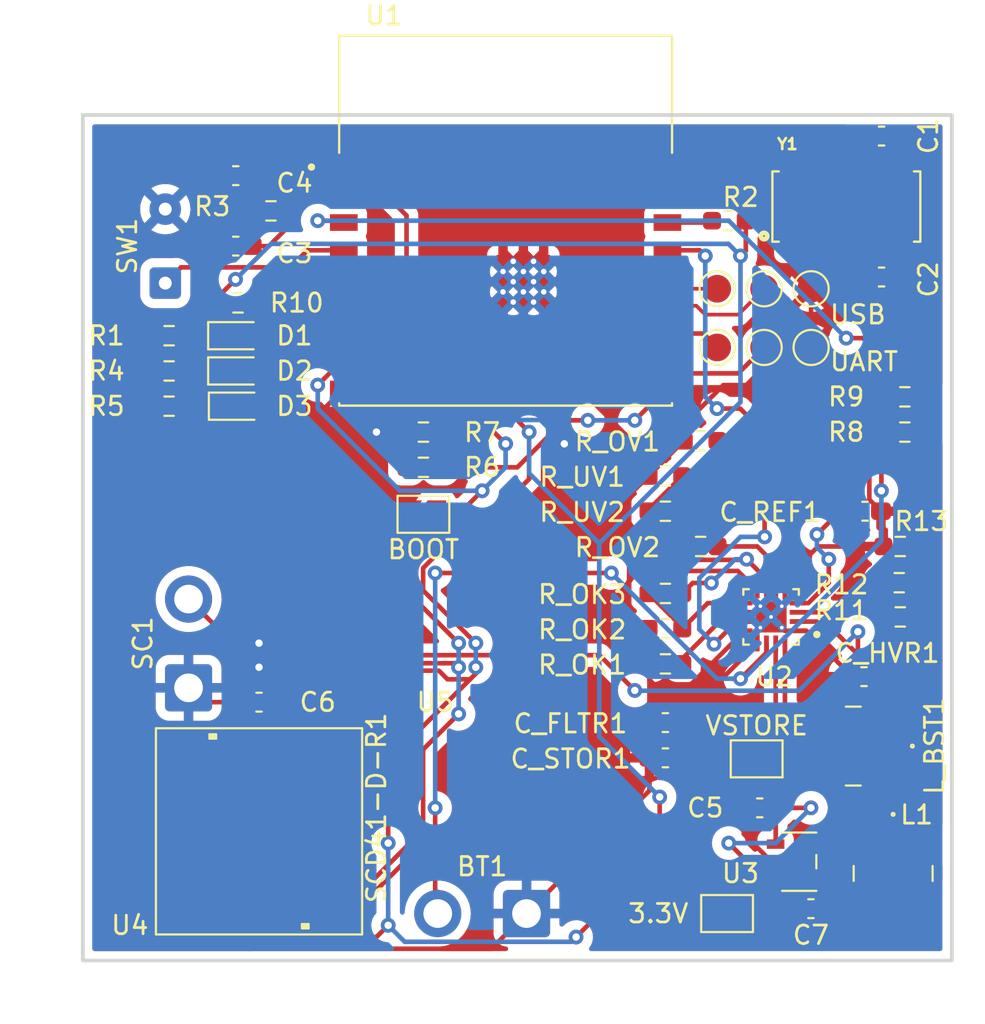
<source format=kicad_pcb>
(kicad_pcb (version 20211014) (generator pcbnew)

  (general
    (thickness 1.6)
  )

  (paper "A4")
  (layers
    (0 "F.Cu" signal)
    (31 "B.Cu" signal)
    (32 "B.Adhes" user "B.Adhesive")
    (33 "F.Adhes" user "F.Adhesive")
    (34 "B.Paste" user)
    (35 "F.Paste" user)
    (36 "B.SilkS" user "B.Silkscreen")
    (37 "F.SilkS" user "F.Silkscreen")
    (38 "B.Mask" user)
    (39 "F.Mask" user)
    (40 "Dwgs.User" user "User.Drawings")
    (41 "Cmts.User" user "User.Comments")
    (42 "Eco1.User" user "User.Eco1")
    (43 "Eco2.User" user "User.Eco2")
    (44 "Edge.Cuts" user)
    (45 "Margin" user)
    (46 "B.CrtYd" user "B.Courtyard")
    (47 "F.CrtYd" user "F.Courtyard")
    (48 "B.Fab" user)
    (49 "F.Fab" user)
    (50 "User.1" user)
    (51 "User.2" user)
    (52 "User.3" user)
    (53 "User.4" user)
    (54 "User.5" user)
    (55 "User.6" user)
    (56 "User.7" user)
    (57 "User.8" user)
    (58 "User.9" user)
  )

  (setup
    (stackup
      (layer "F.SilkS" (type "Top Silk Screen"))
      (layer "F.Paste" (type "Top Solder Paste"))
      (layer "F.Mask" (type "Top Solder Mask") (thickness 0.01))
      (layer "F.Cu" (type "copper") (thickness 0.035))
      (layer "dielectric 1" (type "core") (thickness 1.51) (material "FR4") (epsilon_r 4.5) (loss_tangent 0.02))
      (layer "B.Cu" (type "copper") (thickness 0.035))
      (layer "B.Mask" (type "Bottom Solder Mask") (thickness 0.01))
      (layer "B.Paste" (type "Bottom Solder Paste"))
      (layer "B.SilkS" (type "Bottom Silk Screen"))
      (copper_finish "None")
      (dielectric_constraints no)
    )
    (pad_to_mask_clearance 0)
    (pcbplotparams
      (layerselection 0x00010fc_ffffffff)
      (disableapertmacros false)
      (usegerberextensions false)
      (usegerberattributes true)
      (usegerberadvancedattributes true)
      (creategerberjobfile true)
      (svguseinch false)
      (svgprecision 6)
      (excludeedgelayer true)
      (plotframeref false)
      (viasonmask false)
      (mode 1)
      (useauxorigin false)
      (hpglpennumber 1)
      (hpglpenspeed 20)
      (hpglpendiameter 15.000000)
      (dxfpolygonmode true)
      (dxfimperialunits true)
      (dxfusepcbnewfont true)
      (psnegative false)
      (psa4output false)
      (plotreference true)
      (plotvalue true)
      (plotinvisibletext false)
      (sketchpadsonfab false)
      (subtractmaskfromsilk false)
      (outputformat 1)
      (mirror false)
      (drillshape 1)
      (scaleselection 1)
      (outputdirectory "")
    )
  )

  (net 0 "")
  (net 1 "VBAT")
  (net 2 "Net-(C1-Pad2)")
  (net 3 "Net-(C2-Pad2)")
  (net 4 "Net-(C3-Pad1)")
  (net 5 "Net-(C_REF1-Pad2)")
  (net 6 "Net-(D1-Pad1)")
  (net 7 "Net-(D1-Pad2)")
  (net 8 "Net-(D2-Pad1)")
  (net 9 "Net-(D2-Pad2)")
  (net 10 "Net-(D3-Pad1)")
  (net 11 "Net-(D3-Pad2)")
  (net 12 "Net-(J1-Pad2)")
  (net 13 "Net-(J1-Pad3)")
  (net 14 "D+")
  (net 15 "D-")
  (net 16 "SCL")
  (net 17 "Net-(R2-Pad2)")
  (net 18 "SDA")
  (net 19 "BATTMS")
  (net 20 "UINPUT")
  (net 21 "Net-(U2-Pad3)")
  (net 22 "Net-(R12-Pad2)")
  (net 23 "Net-(R_OK1-Pad1)")
  (net 24 "Net-(R_OK2-Pad1)")
  (net 25 "Net-(R_OK3-Pad1)")
  (net 26 "Net-(R_OV1-Pad1)")
  (net 27 "Net-(R_UV1-Pad1)")
  (net 28 "VBAT_OK")
  (net 29 "unconnected-(U4-Pad1)")
  (net 30 "unconnected-(U4-Pad2)")
  (net 31 "unconnected-(U4-Pad3)")
  (net 32 "unconnected-(U4-Pad4)")
  (net 33 "unconnected-(U4-Pad5)")
  (net 34 "unconnected-(U4-Pad8)")
  (net 35 "unconnected-(U4-Pad11)")
  (net 36 "unconnected-(U4-Pad12)")
  (net 37 "unconnected-(U4-Pad13)")
  (net 38 "unconnected-(U4-Pad14)")
  (net 39 "unconnected-(U4-Pad15)")
  (net 40 "unconnected-(U4-Pad16)")
  (net 41 "unconnected-(U4-Pad17)")
  (net 42 "unconnected-(U4-Pad18)")
  (net 43 "GND")
  (net 44 "+3V3")
  (net 45 "VSTORE")
  (net 46 "Net-(C_HVR1-Pad1)")
  (net 47 "Net-(L1-Pad1)")
  (net 48 "Net-(L_BST1-Pad2)")
  (net 49 "Net-(C7-Pad1)")
  (net 50 "Net-(C_FLTR1-Pad1)")

  (footprint "MYLIB:MCP1603T" (layer "F.Cu") (at 147.955 116.5761))

  (footprint "Resistor_SMD:R_0603_1608Metric_Pad0.98x0.95mm_HandSolder" (layer "F.Cu") (at 153.42 99.53 180))

  (footprint "Resistor_SMD:R_0603_1608Metric_Pad0.98x0.95mm_HandSolder" (layer "F.Cu") (at 140.72 103.975 180))

  (footprint "Resistor_SMD:R_0603_1608Metric_Pad0.98x0.95mm_HandSolder" (layer "F.Cu") (at 127.635 93.345 180))

  (footprint "Resistor_SMD:R_0603_1608Metric_Pad0.98x0.95mm_HandSolder" (layer "F.Cu") (at 142.625 99.53 180))

  (footprint "MYLIB:744031220" (layer "F.Cu") (at 153.035 117.2111 -90))

  (footprint "MYLIB:744031220" (layer "F.Cu") (at 150.88 110.325 180))

  (footprint "MYLIB:MMC5603NJ" (layer "F.Cu") (at 128.27 106.045))

  (footprint "Resistor_SMD:R_0603_1608Metric_Pad0.98x0.95mm_HandSolder" (layer "F.Cu") (at 153.67 91.44))

  (footprint "Resistor_SMD:R_0603_1608Metric_Pad0.98x0.95mm_HandSolder" (layer "F.Cu") (at 144.155 81.915 180))

  (footprint "Connector_Wire:SolderWire-0.15sqmm_1x02_P4mm_D0.5mm_OD1.5mm" (layer "F.Cu") (at 113.675 85.29 90))

  (footprint "Resistor_SMD:R_0603_1608Metric_Pad0.98x0.95mm_HandSolder" (layer "F.Cu") (at 113.8825 91.945 180))

  (footprint "Resistor_SMD:R_0603_1608Metric_Pad0.98x0.95mm_HandSolder" (layer "F.Cu") (at 127.635 95.25 180))

  (footprint "Connector_Wire:SolderWire-0.75sqmm_1x02_P4.8mm_D1.25mm_OD2.3mm" (layer "F.Cu") (at 133.21 119.38 180))

  (footprint "Capacitor_SMD:C_0603_1608Metric_Pad1.08x0.95mm_HandSolder" (layer "F.Cu") (at 140.72 110.96 180))

  (footprint "MYLIB:TestPoint_Pad_3x1_D1.5mm" (layer "F.Cu") (at 143.52 85.595))

  (footprint "MYLIB:QFN50P300X300X100-17N" (layer "F.Cu") (at 146.435 103.34 180))

  (footprint "Resistor_SMD:R_0603_1608Metric_Pad0.98x0.95mm_HandSolder" (layer "F.Cu") (at 113.8825 90.04 180))

  (footprint "Resistor_SMD:R_0603_1608Metric_Pad0.98x0.95mm_HandSolder" (layer "F.Cu") (at 113.8825 88.135 180))

  (footprint "Resistor_SMD:R_0603_1608Metric_Pad0.98x0.95mm_HandSolder" (layer "F.Cu") (at 153.365 101.49))

  (footprint "Resistor_SMD:R_0603_1608Metric_Pad0.98x0.95mm_HandSolder" (layer "F.Cu") (at 153.42 103.34 180))

  (footprint "Capacitor_SMD:C_0603_1608Metric_Pad1.08x0.95mm_HandSolder" (layer "F.Cu") (at 140.72 109.055 180))

  (footprint "Resistor_SMD:R_0603_1608Metric_Pad0.98x0.95mm_HandSolder" (layer "F.Cu") (at 117.61 86.36))

  (footprint "MYLIB:TestPoint_Pad_3x1_D1.5mm" (layer "F.Cu") (at 148.6 88.77 180))

  (footprint "LED_SMD:LED_0603_1608Metric_Pad1.05x0.95mm_HandSolder" (layer "F.Cu") (at 117.655 90.04))

  (footprint "MYLIB:SCD41-D-R1" (layer "F.Cu") (at 118.745 114.935))

  (footprint "Capacitor_SMD:C_0603_1608Metric_Pad1.08x0.95mm_HandSolder" (layer "F.Cu") (at 148.59 119.1161 180))

  (footprint "Resistor_SMD:R_0603_1608Metric_Pad0.98x0.95mm_HandSolder" (layer "F.Cu") (at 153.67 93.345 180))

  (footprint "Jumper:SolderJumper-2_P1.3mm_Open_TrianglePad1.0x1.5mm" (layer "F.Cu") (at 144.055 119.38 180))

  (footprint "Capacitor_SMD:C_0603_1608Metric_Pad1.08x0.95mm_HandSolder" (layer "F.Cu") (at 118.745 107.95 180))

  (footprint "Resistor_SMD:R_0603_1608Metric_Pad0.98x0.95mm_HandSolder" (layer "F.Cu") (at 140.72 97.625 180))

  (footprint "Resistor_SMD:R_0603_1608Metric_Pad0.98x0.95mm_HandSolder" (layer "F.Cu") (at 140.72 95.72 180))

  (footprint "Capacitor_SMD:C_0603_1608Metric_Pad1.08x0.95mm_HandSolder" (layer "F.Cu") (at 151.46 106.57 180))

  (footprint "Capacitor_SMD:C_0603_1608Metric_Pad1.08x0.95mm_HandSolder" (layer "F.Cu") (at 151.515 97.625 180))

  (footprint "Jumper:SolderJumper-2_P1.3mm_Open_TrianglePad1.0x1.5mm" (layer "F.Cu") (at 145.655 111.015))

  (footprint "Connector_Wire:SolderWire-0.75sqmm_1x02_P4.8mm_D1.25mm_OD2.3mm" (layer "F.Cu") (at 114.935 107.175 90))

  (footprint "LED_SMD:LED_0603_1608Metric_Pad1.05x0.95mm_HandSolder" (layer "F.Cu") (at 117.655 88.135))

  (footprint "Resistor_SMD:R_0603_1608Metric_Pad0.98x0.95mm_HandSolder" (layer "F.Cu") (at 142.625 93.815 180))

  (footprint "Resistor_SMD:R_0603_1608Metric_Pad0.98x0.95mm_HandSolder" (layer "F.Cu") (at 140.72 105.88 180))

  (footprint "Resistor_SMD:R_0603_1608Metric_Pad0.98x0.95mm_HandSolder" (layer "F.Cu") (at 119.39 81.385 180))

  (footprint "LED_SMD:LED_0603_1608Metric_Pad1.05x0.95mm_HandSolder" (layer "F.Cu") (at 117.6925 91.945))

  (footprint "Capacitor_SMD:C_0603_1608Metric_Pad1.08x0.95mm_HandSolder" (layer "F.Cu") (at 145.8225 113.665 180))

  (footprint "Capacitor_SMD:C_0603_1608Metric_Pad1.08x0.95mm_HandSolder" (layer "F.Cu") (at 152.41 77.34 180))

  (footprint "Capacitor_SMD:C_0603_1608Metric_Pad1.08x0.95mm_HandSolder" (layer "F.Cu") (at 117.485 83.29 180))

  (footprint "MYLIB:XTAL_ECS-.327-6-17X" (layer "F.Cu") (at 150.505 81.15))

  (footprint "MYLIB:MODULE_ESP32-C3-WROOM-02-H4" (layer "F.Cu")
    (tedit 622F55A8) (tstamp f3085058-b6dd-4a7e-aa4b-3da92c79f9b1)
    (at 132.08 81.915)
    (property "MANUFACTURER" "Espressif")
    (property "MAXIMUM_PACKAGE_HEIGHT" "3.35 mm")
    (property "PARTREV" "V1.0")
    (property "STANDARD" "Manufacturer Recommendations")
    (property "Sheetfile" "CO2_sense_v2.kicad_sch")
    (property "Sheetname" "")
    (path "/dc25b13e-9caf-408a-97e7-23b6bc53d938")
    (attr through_hole)
    (fp_text reference "U1" (at -6.575 -11.085) (layer "F.SilkS")
      (effects (font (size 1 1) (thickness 0.15)))
      (tstamp be54a8f6-9e41-432c-b33b-ccdb51154f65)
    )
    (fp_text value "ESP32-C3-WROOM-02-H4" (at 7.395 11.085) (layer "F.Fab")
      (effects (font (size 1 1) (thickness 0.15)))
      (tstamp 7f250cef-03cf-4eb4-ba3f-ca242bf4429e)
    )
    (fp_line (start -9 10) (end 9 10) (layer "F.SilkS") (width 0.127) (tstamp 5bce6970-9efe-46a8-8e4a-2557e9dc2875))
    (fp_line (start 9 -10) (end -9 -10) (layer "F.SilkS") (width 0.127) (tstamp 64802255-ceef-4a9c-a9cf-f435fd3983c0))
    (fp_line (start 9 -3.67) (end 9 -10) (layer "F.SilkS") (width 0.127) (tstamp cdacaa47-cba3-406e-8dd8-b413d820082a))
    (fp_line (start -9 -10) (end -9 -3.67) (layer "F.SilkS") (width 0.127) (tstamp d072f51a-157e-45a9-b62f-d1cdffae935f))
    (fp_line (start 9 10) (end 9 9.87) (layer "F.SilkS") (width 0.127) (tstamp f88ce159-77cb-477a-91c1-1c0ae0bb1a56))
    (fp_line (start -9 10) (end -9 9.87) (layer "F.SilkS") (width 0.127) (tstamp fea3e718-58d4-4f5f-9d87-f624175f32a9))
    (fp_circle (center -10.5 -2.9) (end -10.4 -2.9) (layer "F.SilkS") (width 0.2) (fill none) (tstamp 832a85da-e809-4c58-901c-eb0bf64b0759))
    (fp_poly (pts
        (xy -9 -10)
        (xy 9 -10)
        (xy 9 -4)
        (xy -9 -4)
      ) (layer "Dwgs.User") (width 0.01) (fill solid) (tstamp 5a0790fd-2d71-4754-9b0b-49281901a66b))
    (fp_poly (pts
        (xy -9 -10)
        (xy 9 -10)
        (xy 9 -4)
        (xy -9 -4)
      ) (layer "Dwgs.User") (width 0.01) (fill solid) (tstamp a8ad52a4-a42b-42fe-be64-bc907de1e354))
    (fp_poly (pts
        (xy -9 -10)
        (xy 9 -10)
        (xy 9 -4)
        (xy -9 -4)
      ) (layer "Dwgs.User") (width 0.01) (fill solid) (tstamp dcfa7301-7efe-4e67-96f5-692174e9d3d4))
    (fp_line (start 9.75 10.25) (end 9.75 -10.25) (layer "F.CrtYd") (width 0.05) (tstamp 0a24c4b0-7261-4e18-b86c-575125ed03b7))
    (fp_line (start -9.75 -10.25) (end -9.75 10.25) (layer "F.CrtYd") (width 0.05) (tstamp 49697ea6-d65c-4f9c-97e7-c76acb340fa9))
    (fp_line (start 9.75 -10.25) (end -9.75 -10.25) (layer "F.CrtYd") (width 0.05) (tstamp 7788427f-7462-40fc-ab42-92988a7da514))
    (fp_line (start -9.75 10.25) (end 9.75 10.25) (layer "F.CrtYd") (width 0.05) (tstamp 910f89f7-fa18-4134-a68d-9cadad145a86))
    (fp_line (start 9 -4) (end -9 -4) (layer "F.Fab") (width 0.127) (tstamp 14817cdd-f167-4a9b-8fa6-5665d1b3e19f))
    (fp_line (start -9 -4) (end -9 10) (layer "F.Fab") (width 0.127) (tstamp 1ba175ea-5929-4305-a9ad-e3bcbd97cd6f))
    (fp_line (start 9 10) (end 9 -4) (layer "F.Fab") (width 0.127) (tstamp 2c7d7e40-5965-48ad-97ed-e27c8eb47dd0))
    (fp_line (start -9 10) (end 9 10) (layer "F.Fab") (width 0.127) (tstamp 52144798-3442-41f3-95a2-dcd59cd11c71))
    (fp_line (start 9 -4) (end 9 -10) (layer "F.Fab") (width 0.127) (tstamp d9363280-51bf-461b-82f5-d81df7c41ba0))
    (fp_line (start 9 -10) (end -9 -10) (layer "F.Fab") (width 0.127) (tstamp daff46ba-6b6c-469f-b805-6fb466c9cf73))
    (fp_line (start -9 -10) (end -9 -4) (layer "F.Fab") (width 0.127) (tstamp fcc3262c-46c8-4730-a24a-d82facbcdebf))
    (fp_circle (center -10.5 -2.9) (end -10.4 -2.9) (layer "F.Fab") (width 0.2) (fill none) (tstamp be63f7f9-4fa0-4f24-89f4-fae7ffa46210))
    (pad "1" smd rect (at -8.75 -2.9) (size 1.5 0.9) (layers "F.Cu" "F.Paste" "F.Mask")
      (net 44 "+3V3") (pinfunction "3V3") (pintype "power_in") (tstamp 85423cb6-6660-471b-ba26-c39b9d7942fd))
    (pad "2" smd rect (at -8.75 -1.4) (size 1.5 0.9) (layers "F.Cu" "F.Paste" "F.Mask")
      (net 4 "Net-(C3-Pad1)") (pinfunction "EN") (pintype "input") (tstamp 201e6327-c10f-4fd9-8696-5d4a836632a3))
    (pad "3" smd rect (at -8.75 0.1) (size 1.5 0.9) (layers "F.Cu" "F.Paste" "F.Mask")
      (net 19 "BATTMS") (pinfunction "IO4") (pintype "bidirectional") (tstamp 02377809-8b7a-4362-820e-a3b00da0fb39))
    (pad "4" smd rect (at -8.75 1.6) (size 1.5 0.9) (layers "F.Cu" "F.Paste" "F.Mask")
      (net 20 "UINPUT") (pinfunction "IO5") (pintype "bidirectional") (tstamp eeacf3f2-6dde-453d-9cf4-9e2aff2c302b))
    (pad "5" smd rect (at -8.75 3.1) (size 1.5 0.9) (layers "F.Cu" "F.Paste" "F.Mask")
      (net 7 "Net-(D1-Pad2)") (pinfunction "IO6") (pintype "bidirectional") (tstamp e2cfa0d5-59d1-4224-b8ab-c7a875d68515))
    (pad "6" smd rect (at -8.75 4.6) (size 1.5 0.9) (layers "F.Cu" "F.Paste" "F.Mask")
      (net 9 "Net-(D2-Pad2)") (pinfunction "IO7") (pintype "bidirectional") (tstamp f1bbbd89-b554-4d48-9dcf-391af3ce4f01))
    (pad "7" smd rect (at -8.75 6.1) (size 1.5 0.9) (layers "F.Cu" "F.Paste" "F.Mask")
      (net 11 "Net-(D3-Pad2)") (pinfunction "IO8") (pintype "bidirectional") (tstamp bc036a61-c06a-44ec-a5d6-db5b0bebfbf5))
    (pad "8" smd rect (at -8.75 7.6) (size 1.5 0.9) (layers "F.Cu" "F.Paste" "F.Mask")
      (net 16 "SCL") (pinfunction "IO9") (pintype "bidirectional") (tstamp 970251d6-97e8-4386-b6e8-a85b9e3fff31))
    (pad "9" smd rect (at -8.75 9.1) (size 1.5 0.9) (layers "F.Cu" "F.Paste" "F.Mask")
      (net 43 "GND") (pinfunction "GND") (pintype "power_in") (tstamp 52dc92ae-104f-4537-afa7-304bc37a02b0))
    (pad "10" smd rect (at 8.75 9.1) (size 1.5 0.9) (layers "F.Cu" "F.Paste" "F.Mask")
      (net 18 "SDA") (pinfunction "IO10") (pintype "bidirectional") (tstamp fa2277a4-3995-428e-998c-4e9575895300))
    (pad "11" smd rect (at 8.75 7.6) (size 1.5 0.9) (layers "F.Cu" "F.Paste" "F.Mask")
      (net 12 "Net-(J1-Pad2)") (pinfunction "RXD") (pintype "bidirectional") (tstamp e871eb8e-19c8-4ce2-895f-6e89c86eacb8))
    (pad "12" smd rect (at 8.75 6.1) (size 1.5 0.9) (layers "F.Cu" "F.Paste" "F.Mask")
      (net 13 "Net-(J1-Pad3)") (pinfunction "TXD") (pintype "bidirectional") (tstamp b24d806f-efb3-4e69-8c91-f0e97d9e51f2))
    (pad "13" smd rect (at 8.75 4.6) (size 1.5 0.9) (layers "F.Cu" "F.Paste" "F.Mask")
      (net 15 "D-") (pinfunction "IO18") (pintype "bidirectional") (tstamp e8c8e0a5-e21e-490c-b9a0-24f87fd50053))
    (pad "14" smd rect (at 8.75 3.1) (size 1.5 0.9) (layers "F.Cu" "F.Paste" "F.Mask")
      (net 14 "D+") (pinfunction "IO19") (pintype "bidirectional") (tstamp e4a12481-28f1-4001-ab0e-c6774b2deaa9))
    (pad "15" smd rect (at 8.75 1.6) (size 1.5 0.9) (layers "F.Cu" "F.Paste" "F.Mask")
      (net 28 "VBAT_OK") (pinfunction "IO3") (pintype "bidirectional") (tstamp 30fca093-aa50-4e8a-864d-4252e4e10407))
    (pad "16" smd rect (at 8.75 0.1) (size 1.5 0.9) (layers "F.Cu" "F.Paste" "F.Mask")
      (net 17 "Net-(R2-Pad2)") (pinfunction "IO2") (pintype "bidirectional") (tstamp 71af8935-54a3-4f7f-b967-1922762f72b2))
    (pad "17" smd rect (at 8.75 -1.4) (size 1.5 0.9) (layers "F.Cu" "F.Paste" "F.Mask")
      (net 3 "Net-(C2-Pad2)") (pinfunction "IO1") (pintype "bidirectional") (tstamp 28b0cde9-9a87-458d-8acf-019acfbbb0a6))
    (pad "18" smd rect (at 8.75 -2.9) (size 1.5 0.9) (layers "F.Cu" "F.Paste" "F.Mask")
      (net 2 "Net-(C1-Pad2)") (pinfunction "IO0") (pintype "bidirectional") (tstamp 71d316d7-32fa-460b-b003-cf0780d8450c))
    (pad "19" smd rect (at -0.14 2.2) (size 0.7 0.7) (layers "F.Cu" "F.Paste" "F.Mask")
      (net 43 "GND") (pinfunction "GND") (pintype "power_in") (tstamp 7193dfaf-0f58-474e-8190-7caaeeafdb0c))
    (pad "20" smd rect (at 0.96 2.2) (size 0.7 0.7) (layers "F.Cu" "F.Paste" "F.Mask")
      (net 43 "GND") (pinfunction "GND") (pintype "power_in") (tstamp 8611cf2a-7
... [417437 chars truncated]
</source>
